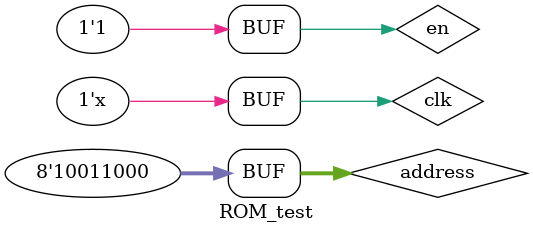
<source format=v>
`timescale 1ns / 1ps


module ROM_test;

	// Inputs
	reg clk;
	reg en;
	reg [7:0] address;

	// Outputs
	wire [7:0] out;

	// Instantiate the Unit Under Test (UUT)
	ROM_256_to_8 uut (
		.clk(clk), 
		.en(en), 
		.address(address), 
		.out(out)
	);

	initial begin
		// Initialize Inputs
		clk = 0;
		en = 1;
		address = 0;

     #20;
	  address = 5;
	  #20;
	  address = 30;
	  #20;
	  address = 61;
	  #20;
	  address = 84;
	  #20;
	  address = 120;
	  #20;
	  address = 143;
	  #20;
	  address = 152;
	  #20;
	  address = 155;
	  #20;
	  address = 33;
	  #20;
	  address = 68;
	  #20;
	  address = 95;
	  #20;
	  address = 111;
	  #20;
	  address = 123;
	  #20;
	  address = 143;
	  #20;
	  address = 152;
		end
			 always #10 clk = ~clk;
      
endmodule


</source>
